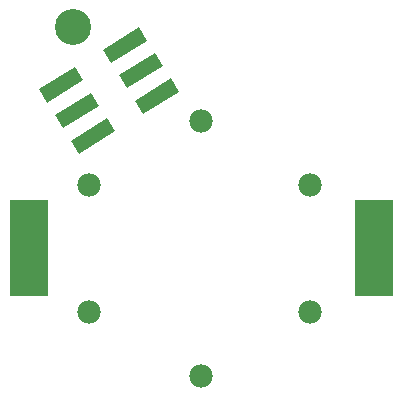
<source format=gbs>
G04 MADE WITH FRITZING*
G04 WWW.FRITZING.ORG*
G04 DOUBLE SIDED*
G04 HOLES PLATED*
G04 CONTOUR ON CENTER OF CONTOUR VECTOR*
%ASAXBY*%
%FSLAX23Y23*%
%MOIN*%
%OFA0B0*%
%SFA1.0B1.0*%
%ADD10C,0.077559*%
%ADD11C,0.120236*%
%ADD12R,0.128110X0.324961*%
%ADD13C,0.010000*%
%LNMASK0*%
G90*
G70*
G54D10*
X602Y629D03*
X602Y1054D03*
X977Y1266D03*
X1340Y1054D03*
X1340Y629D03*
X977Y416D03*
G54D11*
X549Y1578D03*
G54D12*
X1552Y841D03*
X402Y841D03*
G54D13*
G36*
X903Y1364D02*
X782Y1290D01*
X755Y1333D01*
X876Y1408D01*
X903Y1364D01*
G37*
D02*
G36*
X850Y1449D02*
X729Y1375D01*
X702Y1418D01*
X823Y1493D01*
X850Y1449D01*
G37*
D02*
G36*
X797Y1534D02*
X677Y1460D01*
X650Y1503D01*
X770Y1578D01*
X797Y1534D01*
G37*
D02*
G36*
X688Y1232D02*
X568Y1157D01*
X541Y1200D01*
X661Y1275D01*
X688Y1232D01*
G37*
D02*
G36*
X636Y1317D02*
X515Y1242D01*
X488Y1286D01*
X609Y1360D01*
X636Y1317D01*
G37*
D02*
G36*
X583Y1402D02*
X463Y1327D01*
X436Y1371D01*
X556Y1445D01*
X583Y1402D01*
G37*
D02*
G04 End of Mask0*
M02*
</source>
